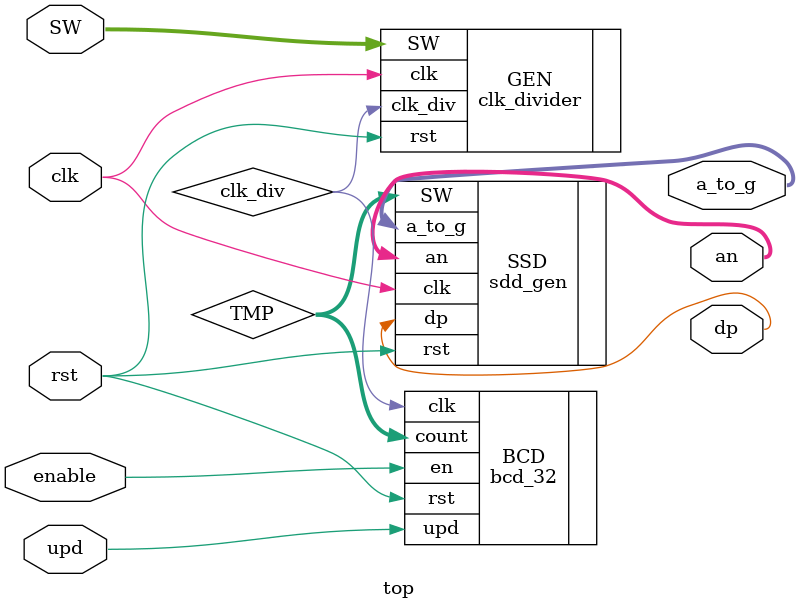
<source format=v>
`timescale 1ns / 1ps


module top(
            input clk,
            input rst,
            input [4:0] SW, 
            input enable, 
            input upd, 
            output wire [6:0] a_to_g,
            output wire [7:0] an,
            output wire dp
          );
          
         wire clk_div; 
         clk_divider  GEN    (
                              .clk(clk),
                              .rst(rst),
                              .SW(SW), 
                              .clk_div(clk_div)
                              ); 
          
         wire [31:0] TMP;                 

          bcd_32  BCD    (
                          .clk(clk_div),
                          .rst(rst),
                          .en(enable),
                          .upd(upd),
                          .count(TMP)
                          );
                          
         sdd_gen   SSD   (
                           .SW(TMP),
                           .clk(clk),
                           .rst(rst),
                           .a_to_g(a_to_g),
                           .an(an),
                           .dp(dp)
                          );                 
          
endmodule

</source>
